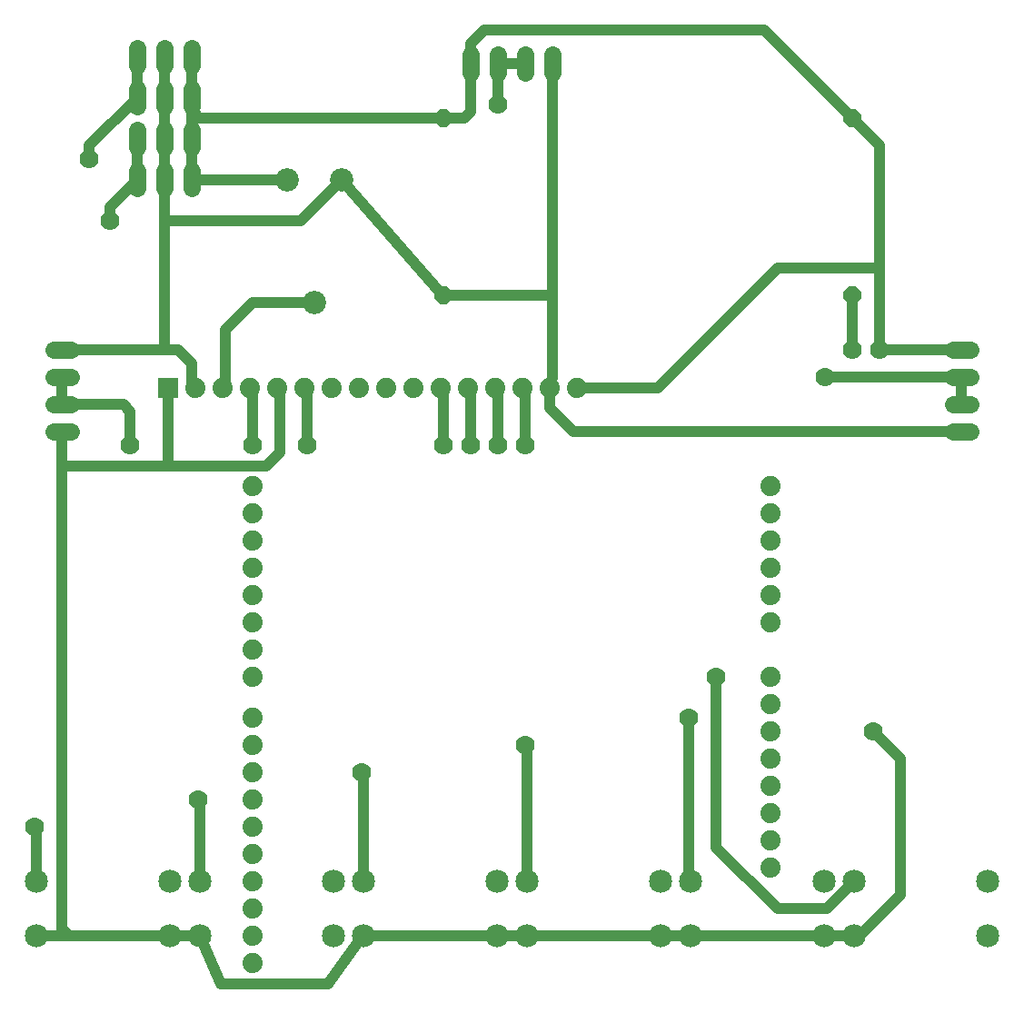
<source format=gbl>
G75*
%MOIN*%
%OFA0B0*%
%FSLAX24Y24*%
%IPPOS*%
%LPD*%
%AMOC8*
5,1,8,0,0,1.08239X$1,22.5*
%
%ADD10C,0.0740*%
%ADD11C,0.0640*%
%ADD12OC8,0.0640*%
%ADD13R,0.0740X0.0740*%
%ADD14C,0.0850*%
%ADD15C,0.0860*%
%ADD16C,0.0394*%
%ADD17C,0.0700*%
%ADD18C,0.0295*%
D10*
X022260Y018893D03*
X022260Y019893D03*
X022260Y020893D03*
X022260Y021893D03*
X022260Y022893D03*
X022260Y023893D03*
X022260Y024893D03*
X022260Y025893D03*
X022260Y026893D03*
X022260Y027893D03*
X022260Y029393D03*
X022260Y030393D03*
X022260Y031393D03*
X022260Y032393D03*
X022260Y033393D03*
X022260Y034393D03*
X022260Y035393D03*
X022260Y036393D03*
X022161Y039996D03*
X021161Y039996D03*
X020161Y039996D03*
X023161Y039996D03*
X024161Y039996D03*
X025161Y039996D03*
X026161Y039996D03*
X027161Y039996D03*
X028161Y039996D03*
X029161Y039996D03*
X030161Y039996D03*
X031161Y039996D03*
X032161Y039996D03*
X033161Y039996D03*
X034161Y039996D03*
X041260Y036393D03*
X041260Y035393D03*
X041260Y034393D03*
X041260Y033393D03*
X041260Y032393D03*
X041260Y031393D03*
X041260Y029393D03*
X041260Y028393D03*
X041260Y027393D03*
X041260Y026393D03*
X041260Y025393D03*
X041260Y024393D03*
X041260Y023393D03*
X041260Y022393D03*
D11*
X047940Y038393D02*
X048580Y038393D01*
X048580Y039393D02*
X047940Y039393D01*
X047940Y040393D02*
X048580Y040393D01*
X048580Y041393D02*
X047940Y041393D01*
X033260Y051573D02*
X033260Y052213D01*
X032260Y052213D02*
X032260Y051573D01*
X031260Y051573D02*
X031260Y052213D01*
X030260Y052213D02*
X030260Y051573D01*
X020010Y051823D02*
X020010Y052463D01*
X019010Y052463D02*
X019010Y051823D01*
X018010Y051823D02*
X018010Y052463D01*
X018010Y050963D02*
X018010Y050323D01*
X018010Y049463D02*
X018010Y048823D01*
X019010Y048823D02*
X019010Y049463D01*
X019010Y050323D02*
X019010Y050963D01*
X020010Y050963D02*
X020010Y050323D01*
X020010Y049463D02*
X020010Y048823D01*
X020010Y047963D02*
X020010Y047323D01*
X019010Y047323D02*
X019010Y047963D01*
X018010Y047963D02*
X018010Y047323D01*
X015580Y041393D02*
X014940Y041393D01*
X014940Y040393D02*
X015580Y040393D01*
X015580Y039393D02*
X014940Y039393D01*
X014940Y038393D02*
X015580Y038393D01*
D12*
X029260Y043393D03*
X029260Y049893D03*
X044260Y049893D03*
X044260Y043393D03*
D13*
X019161Y039996D03*
D14*
X014299Y019909D03*
X014299Y021878D03*
X019220Y021878D03*
X020299Y021878D03*
X020299Y019909D03*
X019220Y019909D03*
X025220Y019909D03*
X026299Y019909D03*
X026299Y021878D03*
X025220Y021878D03*
X031220Y021878D03*
X032299Y021878D03*
X032299Y019909D03*
X031220Y019909D03*
X037220Y019909D03*
X038299Y019909D03*
X038299Y021878D03*
X037220Y021878D03*
X043220Y021878D03*
X044299Y021878D03*
X044299Y019909D03*
X043220Y019909D03*
X049220Y019909D03*
X049220Y021878D03*
D15*
X025510Y047643D03*
X023510Y047643D03*
X024510Y043143D03*
D16*
X022260Y043143D01*
X021260Y042143D01*
X021260Y039893D01*
X022161Y039996D02*
X022260Y039897D01*
X022260Y037893D01*
X022760Y037143D02*
X023260Y037643D01*
X023260Y039647D01*
X023161Y039996D01*
X024161Y039996D02*
X024260Y039897D01*
X024260Y037893D01*
X022760Y037143D02*
X019010Y037143D01*
X019161Y037295D01*
X019161Y039996D01*
X020010Y040147D02*
X020161Y039996D01*
X020010Y040147D02*
X020010Y040893D01*
X019506Y041397D01*
X019010Y041397D01*
X015506Y041397D01*
X015260Y041393D01*
X015260Y040393D02*
X015260Y039393D01*
X017510Y039393D01*
X017760Y039143D01*
X017760Y037893D01*
X019010Y037143D02*
X015260Y037143D01*
X015260Y038393D01*
X015260Y037143D02*
X015260Y020159D01*
X015510Y019909D01*
X014299Y019909D01*
X015510Y019909D02*
X020299Y019909D01*
X021065Y018143D01*
X025010Y018143D01*
X026275Y019909D01*
X026299Y019909D01*
X032299Y019909D01*
X038299Y019909D01*
X044299Y019909D01*
X044525Y019909D01*
X046010Y021393D01*
X046010Y026393D01*
X045010Y027393D01*
X044299Y021878D02*
X043315Y020893D01*
X041510Y020893D01*
X039260Y023143D01*
X039260Y029393D01*
X038260Y027893D02*
X038260Y021917D01*
X038299Y021878D01*
X032299Y021878D02*
X032299Y026893D01*
X032260Y026893D01*
X026299Y025893D02*
X026299Y021878D01*
X026260Y025893D02*
X026299Y025893D01*
X020299Y024893D02*
X020299Y021878D01*
X020260Y024893D02*
X020299Y024893D01*
X014299Y023893D02*
X014299Y021878D01*
X014260Y023893D02*
X014299Y023893D01*
X029260Y037893D02*
X029260Y039897D01*
X029161Y039996D01*
X030161Y039996D02*
X030260Y039897D01*
X030260Y037893D01*
X031260Y037893D02*
X031260Y039897D01*
X031161Y039996D01*
X032161Y039996D02*
X032260Y039897D01*
X032260Y037893D01*
X033161Y039246D02*
X034013Y038393D01*
X048260Y038393D01*
X048260Y039393D02*
X048260Y040393D01*
X043260Y040393D01*
X044260Y041393D02*
X044260Y043393D01*
X045260Y044393D02*
X041510Y044393D01*
X037112Y039996D01*
X034161Y039996D01*
X033260Y040393D02*
X033161Y040045D01*
X033161Y039996D01*
X033161Y039246D01*
X033260Y040393D02*
X033260Y043393D01*
X029260Y043393D01*
X029010Y043643D01*
X025510Y047643D01*
X024010Y046143D01*
X019010Y046143D01*
X019010Y041397D01*
X019010Y046143D02*
X019010Y047643D01*
X019010Y049143D01*
X019010Y050643D01*
X019010Y052143D01*
X018010Y052143D02*
X018010Y050643D01*
X016260Y048893D01*
X016260Y048393D01*
X017010Y046643D02*
X018010Y047643D01*
X018010Y049143D01*
X020010Y049143D02*
X020010Y047643D01*
X023510Y047643D01*
X020010Y049143D02*
X020010Y049893D01*
X029260Y049893D01*
X030010Y049893D01*
X030260Y050143D01*
X030260Y051893D01*
X030260Y050143D01*
X031260Y050393D02*
X031260Y051893D01*
X032260Y051893D01*
X033260Y051893D02*
X033260Y043393D01*
X030260Y052393D02*
X030260Y052643D01*
X030760Y053143D01*
X041010Y053143D01*
X044260Y049893D01*
X045260Y048893D01*
X045260Y044393D01*
X045260Y041393D01*
X048260Y041393D01*
X020010Y049893D02*
X020010Y050643D01*
X020010Y052143D01*
X017010Y046643D02*
X017010Y046143D01*
D17*
X017010Y046143D03*
X016260Y048393D03*
X017760Y037893D03*
X022260Y037893D03*
X024260Y037893D03*
X029260Y037893D03*
X030260Y037893D03*
X031260Y037893D03*
X032260Y037893D03*
X039260Y029393D03*
X038260Y027893D03*
X032260Y026893D03*
X026260Y025893D03*
X020260Y024893D03*
X014260Y023893D03*
X031260Y050393D03*
X043260Y040393D03*
X044260Y041393D03*
X045260Y041393D03*
X045010Y027393D03*
D18*
X030260Y051893D02*
X030260Y052393D01*
X020260Y049893D02*
X020010Y050643D01*
X021161Y039996D02*
X021260Y039893D01*
M02*

</source>
